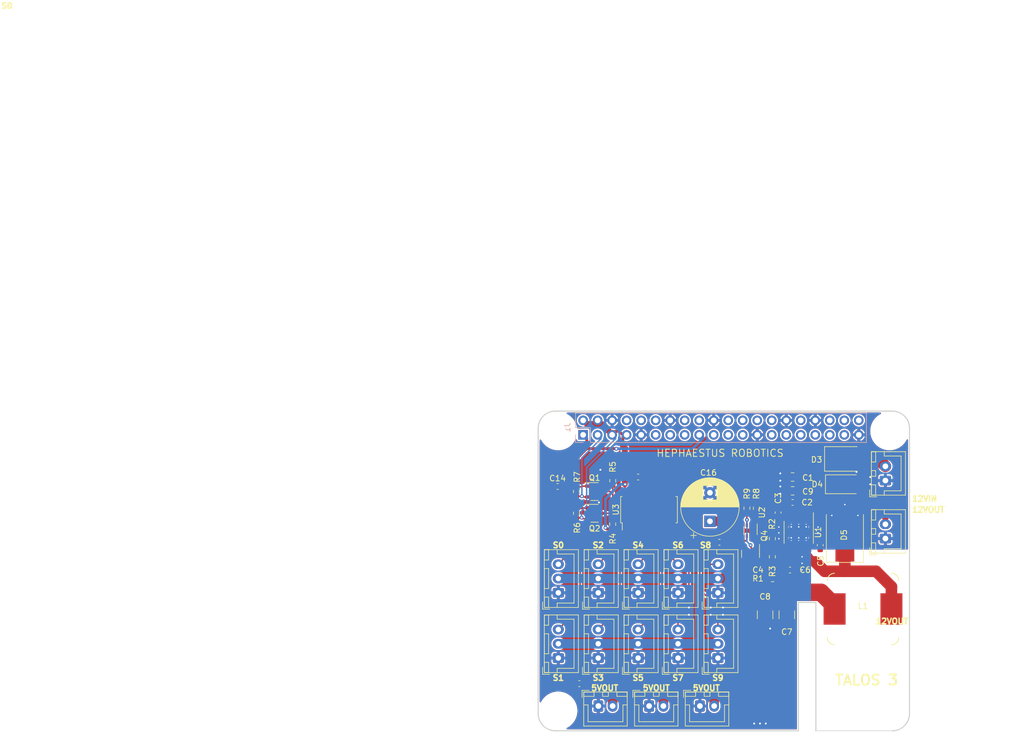
<source format=kicad_pcb>
(kicad_pcb (version 20211014) (generator pcbnew)
  (layers (0 "F.Cu" signal) (31 "B.Cu" signal) (34 "B.Paste" user) (35 "F.Paste" user) (36 "B.SilkS" user "B.Silkscreen") (37 "F.SilkS" user "F.Silkscreen") (38 "B.Mask" user) (39 "F.Mask" user) (44 "Edge.Cuts" user))
  (net 0 "")
  (net 1 "Net-(R2-Pad2)")
  (net 2 "GNDD")
  (net 3 "Net-(C4-Pad1)")
  (net 4 "Net-(C5-Pad2)")
  (net 5 "Net-(C3-Pad1)")
  (net 6 "Net-(C4-Pad2)")
  (net 7 "Net-(C5-Pad1)")
  (net 8 "+12V")
  (net 9 "+12P")
  (net 10 "+3.3V")
  (net 11 "5VPi")
  (net 45 "PWM1")
  (net 46 "PWM0")
  (net 47 "PWM2")
  (net 48 "PWM6")
  (net 49 "PWM3")
  (net 50 "PWM4")
  (net 51 "PWM5")
  (net 52 "PWM7")
  (net 53 "PWM8")
  (net 54 "PWM9")
  (net 55 "LV_SDA")
  (net 56 "LV_SCL")
  (net 57 "SCL")
  (net 58 "SDA")
  (net 59 "SERVO")
  (net 60 "+5V")
  (net 61 "Net-(Q4-Pad1)")
  (net 62 "Net-(R8-Pad2)")
  (footprint "Diode_SMD:D_SMC" (layer "F.Cu") (at 146.685 92.71 90)
    (fp_text reference "D5")
    (fp_text value "CDBC540-G")
  )
  (footprint "Resistor_SMD:R_0603_1608Metric" (layer "F.Cu") (at 133.985 93.345 -90)
    (fp_text reference "R2")
    (fp_text value "1k87 1%")
  )
  (footprint "Resistor_SMD:R_0603_1608Metric" (layer "F.Cu") (at 133.985 96.52 90)
    (fp_text reference "R3")
    (fp_text value "10k2/1%")
  )
  (footprint "Capacitor_SMD:C_0603_1608Metric" (layer "F.Cu") (at 134.035081 98.841942)
    (fp_text reference "C4")
    (fp_text value "1n")
  )
  (footprint "Capacitor_SMD:C_0603_1608Metric" (layer "F.Cu") (at 135.001 88.773 90)
    (fp_text reference "C3")
    (fp_text value "10n")
  )
  (footprint "Resistor_SMD:R_0603_1608Metric" (layer "F.Cu") (at 134.035081 100.365942 180)
    (fp_text reference "R1")
    (fp_text value "43k2")
  )
  (footprint "Capacitor_SMD:C_0603_1608Metric" (layer "F.Cu") (at 137.083081 98.841942 180)
    (fp_text reference "C6")
    (fp_text value "12p")
  )
  (footprint "Package_SO:HSOP-8-1EP_3.9x4.9mm_P1.27mm_EP2.41x3.1mm_ThermalVias" (layer "F.Cu") (at 138.607081 92.237942 -90)
    (fp_text reference "U1")
    (fp_text value "TPS54xxxDDA")
  )
  (footprint "Capacitor_SMD:C_0603_1608Metric" (layer "F.Cu") (at 137.541 86.995 180)
    (fp_text reference "C2")
    (fp_text value "100n")
  )
  (footprint "Capacitor_SMD:C_0603_1608Metric" (layer "F.Cu") (at 142.367 94.488 90)
    (fp_text reference "C5")
    (fp_text value "100n")
  )
  (footprint "Connector_JST:JST_XH_B2B-XH-A_1x02_P2.50mm_Vertical" (layer "F.Cu") (at 103.525 122.665)
    (fp_text reference "J5" hide)
    (fp_text value "Conn_01x02_Male")
  )
  (footprint "Connector_JST:JST_XH_B2B-XH-A_1x02_P2.50mm_Vertical" (layer "F.Cu") (at 112.415 122.665)
    (fp_text reference "J4" hide)
    (fp_text value "Conn_01x02_Male")
  )
  (footprint "MyKiCAD:DR127" (layer "F.Cu") (at 149.86 105.664 180)
    (fp_text reference "L1")
    (fp_text value "4.7uH")
  )
  (footprint "Capacitor_SMD:C_1210_3225Metric" (layer "F.Cu") (at 132.715 106.68 90)
    (fp_text reference "C8")
    (fp_text value "47uF 6.3V")
  )
  (footprint "Capacitor_SMD:C_1210_3225Metric" (layer "F.Cu") (at 136.525 106.68 90)
    (fp_text reference "C7")
    (fp_text value "47uF 6.3V")
  )
  (footprint "Capacitor_SMD:C_0603_1608Metric" (layer "F.Cu") (at 100.203 118.745 180)
    (fp_text reference "C10" hide)
    (fp_text value "100n")
  )
  (footprint "Capacitor_SMD:C_0805_2012Metric" (layer "F.Cu") (at 137.541 84.963 180)
    (fp_text reference "C9")
    (fp_text value "10uF/25V")
  )
  (footprint "Diode_SMD:D_SMA" (layer "F.Cu") (at 146.685 83.82)
    (fp_text reference "D4")
    (fp_text value "TPSMA6L16A")
  )
  (footprint "Diode_SMD:D_SMB" (layer "F.Cu") (at 146.685 79.375)
    (fp_text reference "D3")
    (fp_text value "S3JB")
  )
  (footprint "Capacitor_SMD:C_0805_2012Metric" (layer "F.Cu") (at 137.541 82.55 180)
    (fp_text reference "C1")
    (fp_text value "10uF/25V")
  )
  (footprint "MyKiCAD:Raspberry Pi Stackable" (layer "F.Cu") (at 135.4946 98.9948)
    (fp_text reference "REF**" hide)
    (fp_text value "Raspberry Pi Stackable")
  )
  (footprint "Connector_JST:JST_XH_B3B-XH-A_1x03_P2.50mm_Vertical" (layer "F.Cu") (at 96.52 102.83 90)
    (fp_text reference "J3" hide)
    (fp_text value "Conn_01x03_Male")
  )
  (footprint "Capacitor_SMD:C_0603_1608Metric" (layer "F.Cu") (at 110.49 82.55)
    (fp_text reference "C12" hide)
    (fp_text value "100n")
  )
  (footprint "Resistor_SMD:R_0603_1608Metric" (layer "F.Cu") (at 129.54 88.011 -90)
    (fp_text reference "R9")
    (fp_text value "47k")
  )
  (footprint "Package_SO:TSSOP-28_4.4x9.7mm_P0.65mm" (layer "F.Cu") (at 112.395 88.265 90)
    (fp_text reference "U3")
    (fp_text value "PCA9685PW")
  )
  (footprint "Resistor_SMD:R_0603_1608Metric" (layer "F.Cu") (at 99.695 88.9 90)
    (fp_text reference "R6")
    (fp_text value "10K")
  )
  (footprint "Connector_JST:JST_XH_B3B-XH-A_1x03_P2.50mm_Vertical" (layer "F.Cu") (at 124.46 114.26 90)
    (fp_text reference "J13" hide)
    (fp_text value "Conn_01x03_Male")
  )
  (footprint "Resistor_SMD:R_0603_1608Metric" (layer "F.Cu") (at 106.045 83.185 90)
    (fp_text reference "R5")
    (fp_text value "10K")
  )
  (footprint "Capacitor_THT:CP_Radial_D10.0mm_P5.00mm" (layer "F.Cu") (at 123.063 90.297 90)
    (fp_text reference "C16")
    (fp_text value "330uF")
  )
  (footprint "Connector_JST:JST_XH_B3B-XH-A_1x03_P2.50mm_Vertical" (layer "F.Cu") (at 103.505 114.26 90)
    (fp_text reference "J8" hide)
    (fp_text value "Conn_01x03_Male")
  )
  (footprint "Connector_JST:JST_XH_B3B-XH-A_1x03_P2.50mm_Vertical" (layer "F.Cu") (at 96.52 114.26 90)
    (fp_text reference "J2" hide)
    (fp_text value "Conn_01x03_Male")
  )
  (footprint "Package_TO_SOT_SMD:SOT-23" (layer "F.Cu") (at 130.175 96.012 -90)
    (fp_text reference "Q4")
    (fp_text value "AO3407")
  )
  (footprint "Package_TO_SOT_SMD:SOT-23" (layer "F.Cu") (at 102.87 88.9)
    (fp_text reference "Q2")
    (fp_text value "Si2306")
  )
  (footprint "Connector_JST:JST_XH_B3B-XH-A_1x03_P2.50mm_Vertical" (layer "F.Cu") (at 117.475 102.83 90)
    (fp_text reference "J7" hide)
    (fp_text value "Conn_01x03_Male")
  )
  (footprint "Capacitor_SMD:C_0603_1608Metric" (layer "F.Cu") (at 96.393 84.201)
    (fp_text reference "C14")
    (fp_text value "100n")
  )
  (footprint "Connector_JST:JST_XH_B2B-XH-A_1x02_P2.50mm_Vertical" (layer "F.Cu") (at 153.78 83.165 90)
    (fp_text reference "J14" hide)
    (fp_text value "Conn_01x02_Male")
  )
  (footprint "Package_TO_SOT_SMD:SOT-23" (layer "F.Cu") (at 102.87 85.09)
    (fp_text reference "Q1")
    (fp_text value "SI2306")
  )
  (footprint "Resistor_SMD:R_0603_1608Metric" (layer "F.Cu") (at 106.045 90.805 -90)
    (fp_text reference "R4")
    (fp_text value "10K")
  )
  (footprint "Connector_JST:JST_XH_B2B-XH-A_1x02_P2.50mm_Vertical" (layer "F.Cu") (at 153.78 93.325 90)
    (fp_text reference "J16" hide)
    (fp_text value "Conn_01x02_Male")
  )
  (footprint "Connector_JST:JST_XH_B2B-XH-A_1x02_P2.50mm_Vertical" (layer "F.Cu") (at 121.305 122.665)
    (fp_text reference "J17" hide)
    (fp_text value "Conn_01x02_Male")
  )
  (footprint "Package_TO_SOT_SMD:SOT-363_SC-70-6" (layer "F.Cu") (at 130.175 91.948 -90)
    (fp_text reference "U2")
    (fp_text value "DMMT3906W-7-F")
  )
  (footprint "Resistor_SMD:R_0603_1608Metric" (layer "F.Cu") (at 131.191 88.011 -90)
    (fp_text reference "R8")
    (fp_text value "10K")
  )
  (footprint "Connector_JST:JST_XH_B3B-XH-A_1x03_P2.50mm_Vertical" (layer "F.Cu") (at 124.46 102.83 90)
    (fp_text reference "J12" hide)
    (fp_text value "Conn_01x03_Male")
  )
  (footprint "Resistor_SMD:R_0603_1608Metric" (layer "F.Cu") (at 99.695 85.09 90)
    (fp_text reference "R7")
    (fp_text value "10K")
  )
  (footprint "Connector_JST:JST_XH_B3B-XH-A_1x03_P2.50mm_Vertical" (layer "F.Cu") (at 117.475 114.26 90)
    (fp_text reference "J11" hide)
    (fp_text value "Conn_01x03_Male")
  )
  (footprint "Connector_JST:JST_XH_B3B-XH-A_1x03_P2.50mm_Vertical" (layer "F.Cu") (at 110.49 102.83 90)
    (fp_text reference "J9" hide)
    (fp_text value "Conn_01x03_Male")
  )
  (footprint "Connector_JST:JST_XH_B3B-XH-A_1x03_P2.50mm_Vertical" (layer "F.Cu") (at 103.505 102.83 90)
    (fp_text reference "J6" hide)
    (fp_text value "Conn_01x03_Male")
  )
  (footprint "Connector_JST:JST_XH_B3B-XH-A_1x03_P2.50mm_Vertical" (layer "F.Cu") (at 110.49 114.26 90)
    (fp_text reference "J10" hide)
    (fp_text value "Conn_01x03_Male")
  )
  (footprint "Capacitor_SMD:C_0603_1608Metric" (layer "F.Cu") (at 124.714 93.98)
    (fp_text reference "C15" hide)
    (fp_text value "100n")
  )
  (footprint "Connector_PinSocket_2.54mm:PinSocket_2x20_P2.54mm_Vertical" (layer "B.Cu") (at 100.8634 75.1586 -90)
    (fp_text reference "J1")
    (fp_text value "Raspberry_Pi_2_3")
  )
  (gr_line locked (start 96 71) (end 155 71) (layer "Edge.Cuts") (width 0.2))
  (gr_line locked (start 93 74) (end 93 124) (layer "Edge.Cuts") (width 0.2))
  (gr_line locked (start 158 74) (end 158 124) (layer "Edge.Cuts") (width 0.2))
  (gr_line (start 138.557 104.521) (end 138.557 127) (layer "Edge.Cuts") (width 0.2))
  (gr_line (start 96 127) (end 138.557 127) (layer "Edge.Cuts") (width 0.2))
  (gr_arc locked (start 96 127) (mid 93.87868 126.12132) (end 93 124) (layer "Edge.Cuts") (width 0.2))
  (gr_line (start 141.605 127) (end 155 127) (layer "Edge.Cuts") (width 0.1))
  (gr_arc locked (start 93 74) (mid 93.87868 71.87868) (end 96 71) (layer "Edge.Cuts") (width 0.2))
  (gr_line (start 141.605 127) (end 141.605 104.521) (layer "Edge.Cuts") (width 0.2))
  (gr_arc locked (start 155 71) (mid 157.12132 71.87868) (end 158 74) (layer "Edge.Cuts") (width 0.2))
  (gr_line (start 141.605 104.521) (end 138.557 104.521) (layer "Edge.Cuts") (width 0.2))
  (gr_arc locked (start 158 124) (mid 157.12132 126.12132) (end 155 127) (layer "Edge.Cuts") (width 0.2))
  (gr_text "5VOUT" (at 104.648 119.507) (layer "F.SilkS") (effects (font (size 1 1) (thickness 0.25))))
  (gr_text "S0" (at 0 0) (layer "F.SilkS") (effects (font (size 1 1) (thickness 0.25))))
  (gr_text "HEPHAESTUS ROBOTICS" (at 124.841 78.359) (layer "F.SilkS") (effects (font (size 1.27 1.27))))
  (gr_text "TALOS 3\n" (at 150.495 118.11) (layer "F.SilkS") (effects (font (size 1.7794 1.7794) (thickness 0.3))))
  (gr_text "S9" (at 124.46 117.729) (layer "F.SilkS") (effects (font (size 1 1) (thickness 0.25))))
  (gr_text "S3" (at 103.505 117.729) (layer "F.SilkS") (effects (font (size 1 1) (thickness 0.25))))
  (gr_text "12VOUT" (at 154.94 107.823) (layer "F.SilkS") (effects (font (size 1 1) (thickness 0.25))))
  (gr_text "S6" (at 117.475 94.488) (layer "F.SilkS") (effects (font (size 1 1) (thickness 0.25))))
  (gr_text "S0" (at 96.52 94.488) (layer "F.SilkS") (effects (font (size 1 1) (thickness 0.25))))
  (gr_text "S8" (at 122.301 94.488) (layer "F.SilkS") (effects (font (size 1 1) (thickness 0.25))))
  (gr_text "12VOUT" (at 161.29 88.265) (layer "F.SilkS") (effects (font (size 1 1) (thickness 0.25))))
  (gr_text "S5" (at 110.49 117.729) (layer "F.SilkS") (effects (font (size 1 1) (thickness 0.25))))
  (gr_text "S7" (at 117.475 117.729) (layer "F.SilkS") (effects (font (size 1 1) (thickness 0.25))))
  (gr_text "12VIN" (at 160.655 86.36) (layer "F.SilkS") (effects (font (size 1 1) (thickness 0.25))))
  (gr_text "5VOUT" (at 122.428 119.507) (layer "F.SilkS") (effects (font (size 1 1) (thickness 0.25))))
  (gr_text "S2" (at 103.505 94.488) (layer "F.SilkS") (effects (font (size 1 1) (thickness 0.25))))
  (gr_text "5VOUT" (at 113.665 119.507) (layer "F.SilkS") (effects (font (size 1 1) (thickness 0.25))))
  (gr_text "S1" (at 96.52 117.729) (layer "F.SilkS") (effects (font (size 1 1) (thickness 0.25))))
  (gr_text "S4" (at 110.49 94.488) (layer "F.SilkS") (effects (font (size 1 1) (thickness 0.25))))
  (segment (start 133.985 94.17) (end 133.985 94.996) (width 0.254) (layer "F.Cu") (net 1))
  (segment (start 133.985 94.996) (end 136.594023 94.996) (width 0.254) (layer "F.Cu") (net 1))
  (segment (start 133.985 94.996) (end 133.985 95.695) (width 0.254) (layer "F.Cu") (net 1))
  (segment (start 136.594023 94.996) (end 136.702081 94.887942) (width 0.254) (layer "F.Cu") (net 1))
  (via (at 139.192 98.806) (size 0.6858) (drill 0.254) (layers "F.Cu" "B.Cu") (net 2))
  (via (at 135.382 81.915) (size 0.6858) (drill 0.3302) (layers "F.Cu" "B.Cu") (net 2))
  (via (at 103.632 86.995) (size 0.6858) (drill 0.3302) (layers "F.Cu" "B.Cu") (net 2))
  (via (at 135.382 83.185) (size 0.6858) (drill 0.3302) (layers "F.Cu" "B.Cu") (net 2))
  (via (at 135.382 84.201) (size 0.6858) (drill 0.3302) (layers "F.Cu" "B.Cu") (net 2))
  (via (at 103.886 81.28) (size 0.6858) (drill 0.3302) (layers "F.Cu" "B.Cu") (net 2))
  (via (at 151.13 83.82) (size 0.6858) (drill 0.3302) (layers "F.Cu" "B.Cu") (net 2))
  (via (at 125.349 106.68) (size 0.6858) (drill 0.3302) (layers "F.Cu" "B.Cu") (net 2))
  (via (at 151.13 82.55) (size 0.6858) (drill 0.3302) (layers "F.Cu" "B.Cu") (net 2))
  (via (at 139.192 96.52) (size 0.6858) (drill 0.254) (layers "F.Cu" "B.Cu") (net 2))
  (via (at 135.382 85.471) (size 0.6858) (drill 0.3302) (layers "F.Cu" "B.Cu") (net 2))
  (via (at 125.349 105.41) (size 0.6858) (drill 0.3302) (layers "F.Cu" "B.Cu") (net 2))
  (via (at 123.19 106.68) (size 0.6858) (drill 0.3302) (layers "F.Cu" "B.Cu") (net 2))
  (via (at 148.971 89.281) (size 0.6858) (drill 0.254) (layers "F.Cu" "B.Cu") (net 2))
  (via (at 146.685 87.376) (size 0.6858) (drill 0.254) (layers "F.Cu" "B.Cu") (net 2))
  (via (at 148.717 81.661) (size 0.6858) (drill 0.3302) (layers "F.Cu" "B.Cu") (net 2))
  (via (at 141.986 91.313) (size 0.6858) (drill 0.254) (layers "F.Cu" "B.Cu") (net 2))
  (via (at 144.399 89.281) (size 0.6858) (drill 0.254) (layers "F.Cu" "B.Cu") (net 2))
  (via (at 132.842 125.73) (size 0.6858) (drill 0.3302) (layers "F.Cu" "B.Cu") (net 2))
  (via (at 119.38 105.41) (size 0.6858) (drill 0.3302) (layers "F.Cu" "B.Cu") (net 2))
  (via (at 135.128 91.313) (size 0.6858) (drill 0.254) (layers "F.Cu" "B.Cu") (net 2))
  (via (at 135.128 93.345) (size 0.6858) (drill 0.254) (layers "F.Cu" "B.Cu") (net 2))
  (via (at 133.604 109.093) (size 0.6858) (drill 0.3302) (layers "F.Cu" "B.Cu") (net 2))
  (via (at 123.19 105.41) (size 0.6858) (drill 0.3302) (layers "F.Cu" "B.Cu") (net 2))
  (via (at 141.986 92.329) (size 0.6858) (drill 0.254) (layers "F.Cu" "B.Cu") (net 2))
  (via (at 131.826 125.73) (size 0.6858) (drill 0.3302) (layers "F.Cu" "B.Cu") (net 2))
  (via (at 130.81 125.73) (size 0.6858) (drill 0.3302) (layers "F.Cu" "B.Cu") (net 2))
  (via (at 135.128 92.329) (size 0.6858) (drill 0.254) (layers "F.Cu" "B.Cu") (net 2))
  (via (at 139.192 97.663) (size 0.6858) (drill 0.254) (layers "F.Cu" "B.Cu") (net 2))
  (via (at 119.38 106.68) (size 0.6858) (drill 0.3302) (layers "F.Cu" "B.Cu") (net 2))
  (segment (start 133.285081 100.353942) (end 133.273081 100.365942) (width 0.254) (layer "F.Cu") (net 3))
  (segment (start 133.285081 98.841942) (end 133.285081 100.353942) (width 0.254) (layer "F.Cu") (net 3))
  (segment (start 135.002942 89.575) (end 136.702081 89.587942) (width 0.254) (layer "F.Cu") (net 5))
  (segment (start 137.977942 96.625) (end 137.977942 95.125) (width 0.254) (layer "F.Cu") (net 6))
  (segment (start 137.677942 96.925) (end 137.977942 96.625) (width 0.254) (layer "F.Cu") (net 6))
  (segment (start 136.333081 98.269861) (end 137.677942 96.925) (width 0.254) (layer "F.Cu") (net 6))
  (segment (start 136.333081 98.321942) (end 136.333081 98.269861) (width 0.254) (layer "F.Cu") (net 6))
  (segment (start 136.333081 98.841942) (end 136.333081 98.321942) (width 0.254) (layer "F.Cu") (net 6))
  (segment (start 136.333081 98.841942) (end 134.797081 98.841942) (width 0.254) (layer "F.Cu") (net 6))
  (segment (start 140.512081 96.443081) (end 141.478 97.409) (width 1.016) (layer "F.Cu") (net 7))
  (segment (start 152.146 99.06) (end 154.835 101.749) (width 2.032) (layer "F.Cu") (net 7))
  (segment (start 141.478 97.409) (end 143.129 99.06) (width 2.032) (layer "F.Cu") (net 7))
  (segment (start 143.129 99.06) (end 146.685 99.06) (width 2.032) (layer "F.Cu") (net 7))
  (segment (start 140.512081 96.342919) (end 140.512081 96.52) (width 0.254) (layer "F.Cu") (net 7))
  (segment (start 140.512081 96.342919) (end 140.512081 96.443081) (width 1.016) (layer "F.Cu") (net 7))
  (segment (start 154.835 101.749) (end 154.835 105.664) (width 2.032) (layer "F.Cu") (net 7))
  (segment (start 146.685 99.06) (end 152.146 99.06) (width 2.032) (layer "F.Cu") (net 7))
  (segment (start 146.685 99.06) (end 146.685 96.11) (width 2.032) (layer "F.Cu") (net 7))
  (segment (start 140.512081 95.112942) (end 140.512081 96.342919) (width 0.254) (layer "F.Cu") (net 7))
  (segment (start 148.835 79.375) (end 152.49 79.375) (width 2.032) (layer "F.Cu") (net 8))
  (segment (start 152.49 79.375) (end 153.78 80.665) (width 2.032) (layer "F.Cu") (net 8))
  (segment (start 139.242081 89.587942) (end 139.242081 88.722919) (width 0.508) (layer "F.Cu") (net 9))
  (segment (start 140.97 81.28) (end 140.97 86.995) (width 3.048) (layer "F.Cu") (net 9))
  (segment (start 138.303 86.995) (end 140.335 86.995) (width 0.508) (layer "F.Cu") (net 9))
  (segment (start 144.535 79.375) (end 142.24 79.375) (width 1.6764) (layer "F.Cu") (net 9))
  (segment (start 142.24 79.375) (end 144.145 79.375) (width 2.032) (layer "F.Cu") (net 9))
  (segment (start 138.557 84.963) (end 141.097 84.963) (width 1.016) (layer "F.Cu") (net 9))
  (segment (start 140.97 86.36) (end 150.495 86.36) (width 1.016) (layer "F.Cu") (net 9))
  (segment (start 153.78 89.645) (end 153.78 90.825) (width 1.016) (layer "F.Cu") (net 9))
  (segment (start 150.495 86.36) (end 153.78 89.645) (width 1.016) (layer "F.Cu") (net 9))
  (segment (start 139.242081 88.722919) (end 140.97 86.995) (width 0.508) (layer "F.Cu") (net 9))
  (segment (start 138.684 82.55) (end 140.97 82.55) (width 1.016) (layer "F.Cu") (net 9))
  (segment (start 142.24 79.375) (end 140.97 80.645) (width 2.032) (layer "F.Cu") (net 9))
  (segment (start 144.685 83.82) (end 141.605 83.82) (width 1.6764) (layer "F.Cu") (net 9))
  (segment (start 101.4984 77.5716) (end 106.6546 77.5716) (width 0.508) (layer "F.Cu") (net 10))
  (segment (start 99.695 84.265) (end 100.647 84.265) (width 0.254) (layer "F.Cu") (net 10))
  (segment (start 98.87 88.075) (end 99.695 88.075) (width 0.508) (layer "F.Cu") (net 10))
  (segment (start 106.6546 77.5716) (end 106.68 77.597) (width 0.508) (layer "F.Cu") (net 10))
  (segment (start 98.425 87.63) (end 98.87 88.075) (width 0.508) (layer "F.Cu") (net 10))
  (segment (start 97.168 84.201) (end 98.425 84.201) (width 0.508) (layer "F.Cu") (net 10))
  (segment (start 99.695 84.265) (end 98.616 84.265) (width 0.508) (layer "F.Cu") (net 10))
  (segment (start 99.695 88.075) (end 100.647 88.075) (width 0.254) (layer "F.Cu") (net 10))
  (segment (start 100.647 88.075) (end 100.772 87.95) (width 0.254) (layer "F.Cu") (net 10))
  (segment (start 100.772 87.95) (end 101.9325 87.95) (width 0.254) (layer "F.Cu") (net 10))
  (segment (start 101.4984 77.5716) (end 98.425 80.645) (width 0.508) (layer "F.Cu") (net 10))
  (segment (start 100.772 84.14) (end 100.711 84.201) (width 0.254) (layer "F.Cu") (net 10))
  (segment (start 98.616 84.265) (end 98.425 84.074) (width 0.508) (layer "F.Cu") (net 10))
  (segment (start 101.9325 84.14) (end 100.772 84.14) (width 0.254) (layer "F.Cu") (net 10))
  (segment (start 98.425 80.645) (end 98.425 87.63) (width 0.508) (layer "F.Cu") (net 10))
  (segment (start 101.4984 75.7936) (end 101.4984 77.5716) (width 0.508) (layer "F.Cu") (net 10))
  (via (at 106.68 77.597) (size 0.6858) (drill 0.3302) (layers "F.Cu" "B.Cu") (net 10))
  (segment (start 106.68 77.597) (end 120.015 77.597) (width 0.508) (layer "B.Cu") (net 10))
  (segment (start 120.015 77.597) (end 121.92 75.692) (width 0.508) (layer "B.Cu") (net 10))
  (segment (start 104.965 91.63) (end 104.775 91.44) (width 0.508) (layer "F.Cu") (net 11))
  (segment (start 106.045 81.28) (end 106.68 80.645) (width 0.508) (layer "F.Cu") (net 11))
  (segment (start 107.188 74.549) (end 107.823 75.184) (width 0.4572) (layer "F.Cu") (net 11))
  (segment (start 108.17 83.82) (end 108.17 77.436) (width 1.016) (layer "F.Cu") (net 11))
  (segment (start 106.045 82.36) (end 106.045 81.28) (width 0.508) (layer "F.Cu") (net 11))
  (segment (start 101.9325 89.85) (end 100.772 89.85) (width 0.254) (layer "F.Cu") (net 11))
  (segment (start 108.17 85.4025) (end 108.17 83.82) (width 0.254) (layer "F.Cu") (net 11))
  (segment (start 101.4984 73.2536) (end 103.9114 73.2536) (width 1.016) (layer "F.Cu") (net 11))
  (segment (start 100.772 89.85) (end 100.6475 89.7255) (width 0.254) (layer "F.Cu") (net 11))
  (segment (start 109.715 82.55) (end 108.204 82.55) (width 0.508) (layer "F.Cu") (net 11))
  (segment (start 106.68 80.645) (end 107.95 80.645) (width 0.508) (layer "F.Cu") (net 11))
  (segment (start 108.17 77.436) (end 107.823 77.089) (width 1.016) (layer "F.Cu") (net 11))
  (segment (start 107.823 75.184) (end 107.823 77.089) (width 0.4572) (layer "F.Cu") (net 11))
  (segment (start 104.1146 73.2536) (end 105.41 74.549) (width 1.016) (layer "F.Cu") (net 11))
  (segment (start 105.41 74.549) (end 107.188 74.549) (width 0.4572) (layer "F.Cu") (net 11))
  (segment (start 100.647 89.725) (end 99.695 89.725) (width 0.254) (layer "F.Cu") (net 11))
  (segment (start 106.045 91.63) (end 104.965 91.63) (width 0.508) (layer "F.Cu") (net 11))
  (via (at 108.204 83.82) (size 0.6858) (drill 0.3302) (layers "F.Cu" "B.Cu") (net 11))
  (via (at 104.775 91.44) (size 0.6858) (drill 0.3302) (layers "F.Cu" "B.Cu") (net 11))
  (via (at 100.584 89.662) (size 0.6858) (drill 0.3302) (layers "F.Cu" "B.Cu") (net 11))
  (segment (start 101.473 80.899) (end 101.473 87.63) (width 0.254) (layer "B.Cu") (net 11))
  (segment (start 101.473 87.63) (end 100.584 88.519) (width 0.254) (layer "B.Cu") (net 11))
  (segment (start 106.5784 75.7936) (end 101.473 80.899) (width 0.254) (layer "B.Cu") (net 11))
  (segment (start 107.315 83.82) (end 108.204 83.82) (width 0.508) (layer "B.Cu") (net 11))
  (segment (start 104.775 91.44) (end 104.775 86.36) (width 0.508) (layer "B.Cu") (net 11))
  (segment (start 100.584 88.519) (end 100.584 89.662) (width 0.254) (layer "B.Cu") (net 11))
  (segment (start 104.775 86.36) (end 107.315 83.82) (width 0.508) (layer "B.Cu") (net 11))
  (segment (start 100.33 105.41) (end 96.52 109.22) (width 0.254) (layer "F.Cu") (net 45))
  (segment (start 112.07 92.4) (end 111.125 93.345) (width 0.254) (layer "F.Cu") (net 45))
  (segment (start 104.14 93.345) (end 100.33 97.155) (width 0.254) (layer "F.Cu") (net 45))
  (segment (start 111.125 93.345) (end 104.14 93.345) (width 0.254) (layer "F.Cu") (net 45))
  (segment (start 100.33 97.155) (end 100.33 105.41) (width 0.254) (layer "F.Cu") (net 45))
  (segment (start 112.07 91.1275) (end 112.07 92.4) (width 0.254) (layer "F.Cu") (net 45))
  (segment (start 111.42 91.1275) (end 111.42 92.12) (width 0.254) (layer "F.Cu") (net 46))
  (segment (start 101.6 92.71) (end 96.52 97.79) (width 0.254) (layer "F.Cu") (net 46))
  (segment (start 111.42 92.12) (end 110.83 92.71) (width 0.254) (layer "F.Cu") (net 46))
  (segment (start 110.83 92.71) (end 101.6 92.71) (width 0.254) (layer "F.Cu") (net 46))
  (segment (start 112.72 93.02) (end 111.76 93.98) (width 0.254) (layer "F.Cu") (net 47))
  (segment (start 112.72 91.1275) (end 112.72 93.02) (width 0.254) (layer "F.Cu") (net 47))
  (segment (start 107.315 93.98) (end 103.505 97.79) (width 0.254) (layer "F.Cu") (net 47))
  (segment (start 111.76 93.98) (end 107.315 93.98) (width 0.254) (layer "F.Cu") (net 47))
  (segment (start 115.32 91.1275) (end 115.32 95.635) (width 0.254) (layer "F.Cu") (net 48))
  (segment (start 115.32 95.635) (end 117.475 97.79) (width 0.254) (layer "F.Cu") (net 48))
  (segment (start 109.855 94.615) (end 107.315 97.155) (width 0.254) (layer "F.Cu") (net 49))
  (segment (start 113.37 91.1275) (end 113.37 93.64) (width 0.254) (layer "F.Cu") (net 49))
  (segment (start 107.315 97.155) (end 107.315 105.41) (width 0.254) (layer "F.Cu") (net 49))
  (segment (start 112.395 94.615) (end 109.855 94.615) (width 0.254) (layer "F.Cu") (net 49))
  (segment (start 113.37 93.64) (end 112.395 94.615) (width 0.254) (layer "F.Cu") (net 49))
  (segment (start 107.315 105.41) (end 103.505 109.22) (width 0.254) (layer "F.Cu") (net 49))
  (segment (start 114.02 91.1275) (end 114.02 94.26) (width 0.254) (layer "F.Cu") (net 50))
  (segment (start 114.02 94.26) (end 110.49 97.79) (width 0.254) (layer "F.Cu") (net 50))
  (segment (start 114.67 91.1275) (end 114.67 105.04) (width 0.254) (layer "F.Cu") (net 51))
  (segment (start 114.67 105.04) (end 110.49 109.22) (width 0.254) (layer "F.Cu") (net 51))
  (segment (start 117.475 105.41) (end 117.475 109.22) (width 0.254) (layer "F.Cu") (net 52))
  (segment (start 115.97 93.745) (end 119.38 97.155) (width 0.254) (layer "F.Cu") (net 52))
  (segment (start 119.38 103.505) (end 117.475 105.41) (width 0.254) (layer "F.Cu") (net 52))
  (segment (start 119.38 97.155) (end 119.38 103.505) (width 0.254) (layer "F.Cu") (net 52))
  (segment (start 115.97 91.1275) (end 115.97 93.745) (width 0.254) (layer "F.Cu") (net 52))
  (segment (start 122.595 97.83) (end 118.745 93.98) (width 0.254) (layer "F.Cu") (net 53))
  (segment (start 116.62 87.41) (end 116.62 85.4025) (width 0.254) (layer "F.Cu") (net 53))
  (segment (start 118.745 93.98) (end 118.745 89.535) (width 0.254) (layer "F.Cu") (net 53))
  (segment (start 118.745 89.535) (end 116.62 87.41) (width 0.254) (layer "F.Cu") (net 53))
  (segment (start 124.46 97.83) (end 122.595 97.83) (width 0.254) (layer "F.Cu") (net 53))
  (segment (start 118.11 90.17) (end 118.11 94.615) (width 0.254) (layer "F.Cu") (net 54))
  (segment (start 121.285 97.79) (end 121.285 102.235) (width 0.254) (layer "F.Cu") (net 54))
  (segment (start 124.46 105.41) (end 124.46 109.22) (width 0.254) (layer "F.Cu") (net 54))
  (segment (start 121.285 102.235) (end 124.46 105.41) (width 0.254) (layer "F.Cu") (net 54))
  (segment (start 115.97 88.03) (end 118.11 90.17) (width 0.254) (layer "F.Cu") (net 54))
  (segment (start 115.97 85.4025) (end 115.97 88.03) (width 0.254) (layer "F.Cu") (net 54))
  (segment (start 118.11 94.615) (end 121.285 97.79) (width 0.254) (layer "F.Cu") (net 54))
  (segment (start 100.6475 85.9155) (end 100.772 86.04) (width 0.254) (layer "F.Cu") (net 55))
  (segment (start 100.647 85.915) (end 100.6475 85.9155) (width 0.254) (layer "F.Cu") (net 55))
  (segment (start 100.772 86.04) (end 101.9325 86.04) (width 0.254) (layer "F.Cu") (net 55))
  (segment (start 99.695 85.915) (end 100.647 85.915) (width 0.254) (layer "F.Cu") (net 55))
  (via (at 100.6475 85.9155) (size 0.6858) (drill 0.3302) (layers "F.Cu" "B.Cu") (net 55))
  (segment (start 100.6475 85.9155) (end 100.6475 79.1845) (width 0.254) (layer "B.Cu") (net 55))
  (segment (start 100.6475 79.1845) (end 104.013 75.819) (width 0.254) (layer "B.Cu") (net 55))
  (segment (start 106.045 88.9) (end 106.045 90.17) (width 0.254) (layer "F.Cu") (net 57))
  (segment (start 109.47 85.4025) (end 109.47 87.38) (width 0.254) (layer "F.Cu") (net 57))
  (segment (start 109.47 87.38) (end 107.95 88.9) (width 0.254) (layer "F.Cu") (net 57))
  (segment (start 103.8075 88.9) (end 106.045 88.9) (width 0.254) (layer "F.Cu") (net 57))
  (segment (start 107.95 88.9) (end 106.045 88.9) (width 0.254) (layer "F.Cu") (net 57))
  (segment (start 103.8075 85.09) (end 106.045 85.09) (width 0.254) (layer "F.Cu") (net 58))
  (segment (start 106.68 86.995) (end 106.045 86.36) (width 0.254) (layer "F.Cu") (net 58))
  (segment (start 108.82 86.76) (end 108.585 86.995) (width 0.254) (layer "F.Cu") (net 58))
  (segment (start 106.045 86.36) (end 106.045 83.82) (width 0.254) (layer "F.Cu") (net 58))
  (segment (start 108.82 85.4025) (end 108.82 86.76) (width 0.254) (layer "F.Cu") (net 58))
  (segment (start 108.585 86.995) (end 106.68 86.995) (width 0.254) (layer "F.Cu") (net 58))
  (segment (start 124.968 90.297) (end 123.063 90.297) (width 1.6764) (layer "F.Cu") (net 59))
  (segment (start 127.3556 95.0976) (end 128.1176 95.0976) (width 1.6764) (layer "F.Cu") (net 59))
  (segment (start 128.1176 95.0976) (end 128.143 95.123) (width 1.6764) (layer "F.Cu") (net 59))
  (segment (start 124.46 100.33) (end 125.349 100.33) (width 1.6764) (layer "F.Cu") (net 59))
  (segment (start 129.225 95.0745) (end 128.1915 95.0745) (width 0.254) (layer "F.Cu") (net 59))
  (segment (start 129.525 93.487) (end 129.286 93.726) (width 0.254) (layer "F.Cu") (net 59))
  (segment (start 127.127 92.456) (end 124.968 90.297) (width 1.6764) (layer "F.Cu") (net 59))
  (segment (start 125.489 93.98) (end 127 93.98) (width 0.508) (layer "F.Cu") (net 59))
  (segment (start 127.127 98.552) (end 127.127 92.456) (width 1.6764) (layer "F.Cu") (net 59))
  (segment (start 125.349 100.33) (end 127.127 98.552) (width 1.6764) (layer "F.Cu") (net 59))
  (segment (start 128.1915 95.0745) (end 128.143 95.123) (width 0.254) (layer "F.Cu") (net 59))
  (segment (start 129.286 93.726) (end 127 93.726) (width 0.254) (layer "F.Cu") (net 59))
  (segment (start 127.3787 95.0745) (end 127.3556 95.0976) (width 0.508) (layer "F.Cu") (net 59))
  (segment (start 129.525 92.898) (end 129.525 93.487) (width 0.254) (layer "F.Cu") (net 59))
  (segment (start 121.285 111.76) (end 121.285 100.33) (width 1.6764) (layer "B.Cu") (net 59))
  (segment (start 121.285 111.76) (end 124.46 111.76) (width 1.6764) (layer "B.Cu") (net 59))
  (segment (start 96.52 111.76) (end 121.285 111.76) (width 1.6764) (layer "B.Cu") (net 59))
  (segment (start 96.52 100.33) (end 124.46 100.33) (width 1.6764) (layer "B.Cu") (net 59))
  (segment (start 130.175 93.472) (end 130.429 93.726) (width 0.254) (layer "F.Cu") (net 60))
  (segment (start 107.97 118.765) (end 107.95 118.745) (width 3.048) (layer "F.Cu") (net 60))
  (segment (start 142.490262 102.743) (end 144.885 105.137738) (width 3.048) (layer "F.Cu") (net 60))
  (segment (start 130.175 98.679) (end 130.175 96.901) (width 0.508) (layer "F.Cu") (net 60))
  (segment (start 106.68 118.745) (end 107.95 118.745) (width 1.6764) (layer "F.Cu") (net 60))
  (segment (start 130.175 92.898) (end 130.175 93.472) (width 0.254) (layer "F.Cu") (net 60))
  (segment (start 106.025 118.765) (end 106.045 118.745) (width 1.6764) (layer "F.Cu") (net 60))
  (segment (start 131.318 93.726) (end 131.953 94.361) (width 0.254) (layer "F.Cu") (net 60))
  (segment (start 130.429 93.726) (end 131.318 93.726) (width 0.254) (layer "F.Cu") (net 60))
  (segment (start 128.905 116.84) (end 128.905 102.87) (width 3.048) (layer "F.Cu") (net 60))
  (segment (start 128.905 102.87) (end 129.032 102.743) (width 3.048) (layer "F.Cu") (net 60))
  (segment (start 123.805 122.665) (end 123.805 118.765) (width 1.6764) (layer "F.Cu") (net 60))
  (segment (start 127 118.745) (end 128.905 116.84) (width 3.048) (layer "F.Cu") (net 60))
  (segment (start 114.935 118.745) (end 127 118.745) (width 3.048) (layer "F.Cu") (net 60))
  (segment (start 114.915 122.665) (end 114.915 118.765) (width 1.6764) (layer "F.Cu") (net 60))
  (segment (start 131.953 96.901) (end 130.175 98.679) (width 0.254) (layer "F.Cu") (net 60))
  (segment (start 129.032 102.743) (end 142.490262 102.743) (width 3.048) (layer "F.Cu") (net 60))
  (segment (start 114.915 118.765) (end 107.97 118.765) (width 3.048) (layer "F.Cu") (net 60))
  (segment (start 129.667 98.679) (end 130.175 98.679) (width 1.6764) (layer "F.Cu") (net 60))
  (segment (start 144.885 105.137738) (end 144.885 105.664) (width 3.048) (layer "F.Cu") (net 60))
  (segment (start 131.953 94.361) (end 131.953 96.901) (width 0.254) (layer "F.Cu") (net 60))
  (segment (start 106.045 118.745) (end 106.68 118.745) (width 1.6764) (layer "F.Cu") (net 60))
  (segment (start 106.025 122.665) (end 106.025 118.765) (width 1.6764) (layer "F.Cu") (net 60))
  (segment (start 106.045 118.745) (end 102.616 118.745) (width 1.6764) (layer "F.Cu") (net 60))
  (segment (start 100.978 118.745) (end 102.616 118.745) (width 0.508) (layer "F.Cu") (net 60))
  (segment (start 129.525 90.998) (end 129.525 90.058) (width 0.254) (layer "F.Cu") (net 61))
  (segment (start 130.175 94.8205) (end 130.175 94.488) (width 0.254) (layer "F.Cu") (net 61))
  (segment (start 129.525 90.058) (end 129.525 88.915) (width 0.254) (layer "F.Cu") (net 61))
  (segment (start 130.429 95.0745) (end 130.175 94.8205) (width 0.254) (layer "F.Cu") (net 61))
  (segment (start 131.125 95.0745) (end 130.429 95.0745) (width 0.254) (layer "F.Cu") (net 61))
  (segment (start 129.525 88.915) (end 129.54 88.9) (width 0.254) (layer "F.Cu") (net 61))
  (via (at 129.54 90.043) (size 0.6858) (drill 0.254) (layers "F.Cu" "B.Cu") (net 61))
  (via (at 130.175 94.488) (size 0.6858) (drill 0.254) (layers "F.Cu" "B.Cu") (net 61))
  (segment (start 129.54 93.853) (end 129.54 90.043) (width 0.254) (layer "B.Cu") (net 61))
  (segment (start 130.175 94.488) (end 129.54 93.853) (width 0.254) (layer "B.Cu") (net 61))
  (segment (start 130.81 90.17) (end 131.191 89.789) (width 0.254) (layer "F.Cu") (net 62))
  (segment (start 130.825 91.074) (end 130.81 91.059) (width 0.254) (layer "F.Cu") (net 62))
  (segment (start 131.191 89.789) (end 131.191 88.9) (width 0.254) (layer "F.Cu") (net 62))
  (segment (start 130.429 90.17) (end 130.81 90.17) (width 0.254) (layer "F.Cu") (net 62))
  (segment (start 130.175 90.998) (end 130.175 90.424) (width 0.254) (layer "F.Cu") (net 62))
  (segment (start 130.81 90.17) (end 130.81 91.059) (width 0.254) (layer "F.Cu") (net 62))
  (segment (start 130.175 90.424) (end 130.429 90.17) (width 0.254) (layer "F.Cu") (net 62))
  (segment (start 130.825 92.898) (end 130.825 91.074) (width 0.254) (layer "F.Cu") (net 62))
  (zone (net 0) (net_name "") (layers F&B.Cu) (connect_pads (clearance 0)) (min_thickness 0.254)
    (keepout (tracks allowed) (vias allowed) (pads allowed) (copperpour not_allowed) (footprints allowed))
    (fill (thermal_gap 0.508) (thermal_bridge_width 0.508))
    (polygon (pts (xy 159.258 95.25) (xy 159.258 113.555) (xy 140.758 113.555) (xy 140.758 95.25)))
  )
  (zone locked (net 2) (net_name "GNDD") (layer "F.Cu") (connect_pads (clearance 0.254)) (min_thickness 0.254) (fill yes (thermal_gap 0.254) (thermal_bridge_width 0.508))
    (polygon (pts (xy 93 71) (xy 158 71) (xy 158 127) (xy 93 127)))
  )
  (zone (net 0) (net_name "") (layers F&B.Cu "F.CrtYd") (connect_pads (clearance 0)) (min_thickness 0.254)
    (keepout (tracks not_allowed) (vias not_allowed) (pads not_allowed) (copperpour not_allowed) (footprints not_allowed))
    (fill (thermal_gap 0.508) (thermal_bridge_width 0.508))
    (polygon (pts (xy 141.859 127) (xy 138.303 127) (xy 138.303 104.267) (xy 141.859 104.267)))
  )
  (zone locked (net 2) (net_name "GNDD") (layer "B.Cu") (connect_pads (clearance 0.254)) (min_thickness 0.254) (fill yes (thermal_gap 0.254) (thermal_bridge_width 0.508))
    (polygon (pts (xy 93 71) (xy 158 71) (xy 158 127) (xy 93 127)))
  )
)
</source>
